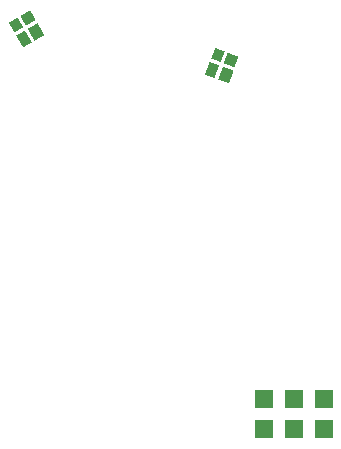
<source format=gbr>
%TF.GenerationSoftware,KiCad,Pcbnew,6.0.4-6f826c9f35~116~ubuntu20.04.1*%
%TF.CreationDate,2022-04-17T22:19:29+00:00*%
%TF.ProjectId,USTTHUNDERMILLPCB01,55535454-4855-44e4-9445-524d494c4c50,rev?*%
%TF.SameCoordinates,Original*%
%TF.FileFunction,Paste,Bot*%
%TF.FilePolarity,Positive*%
%FSLAX46Y46*%
G04 Gerber Fmt 4.6, Leading zero omitted, Abs format (unit mm)*
G04 Created by KiCad (PCBNEW 6.0.4-6f826c9f35~116~ubuntu20.04.1) date 2022-04-17 22:19:29*
%MOMM*%
%LPD*%
G01*
G04 APERTURE LIST*
G04 Aperture macros list*
%AMRotRect*
0 Rectangle, with rotation*
0 The origin of the aperture is its center*
0 $1 length*
0 $2 width*
0 $3 Rotation angle, in degrees counterclockwise*
0 Add horizontal line*
21,1,$1,$2,0,0,$3*%
G04 Aperture macros list end*
%ADD10RotRect,0.970000X0.950000X160.000000*%
%ADD11RotRect,0.970000X1.150000X160.000000*%
%ADD12RotRect,0.850000X0.950000X160.000000*%
%ADD13RotRect,0.850000X1.150000X160.000000*%
%ADD14RotRect,0.970000X0.950000X210.000000*%
%ADD15RotRect,0.970000X1.150000X210.000000*%
%ADD16RotRect,0.850000X0.950000X210.000000*%
%ADD17RotRect,0.850000X1.150000X210.000000*%
%ADD18R,1.524000X1.524000*%
G04 APERTURE END LIST*
D10*
%TO.C,U6*%
X6502125Y16173193D03*
D11*
X6040398Y14904608D03*
D12*
X5374494Y16583617D03*
D13*
X4912767Y15315032D03*
%TD*%
D14*
%TO.C,U5*%
X-10712066Y19699619D03*
D15*
X-10037066Y18530485D03*
D16*
X-11751296Y19099619D03*
D17*
X-11076296Y17930485D03*
%TD*%
D18*
%TO.C,J4*%
X9282400Y-12555800D03*
X9282400Y-15095800D03*
X11822400Y-12555800D03*
X11822400Y-15095800D03*
X14362400Y-12555800D03*
X14362400Y-15095800D03*
%TD*%
M02*

</source>
